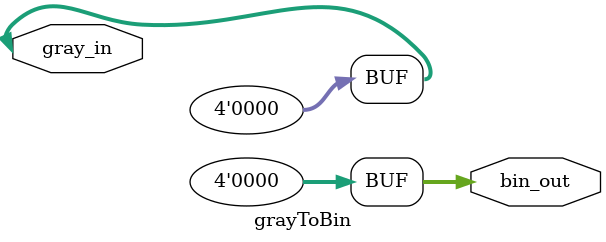
<source format=sv>
`timescale 1ns / 1ps

module grayToBin
#(
    parameter N = 4
)

(
    input logic [N-1:0] gray_in = '0,
    output logic [N-1:0] bin_out = '0
);

assign bin_out [N-1] = gray_in [N-1]; // MSB değişmiyor

genvar i; //sadece generate blokları için kullanılır. İndeks atamaya yarar.

generate //bir donanım yapısının tekrar eden kopyalarını oluşturmak için kullanılır.
    for(i = 0; i < N - 1; i++)
    begin
        assign bin_out[i] = gray_in[i] ^ bin_out[i + 1];
    end
endgenerate

endmodule
</source>
